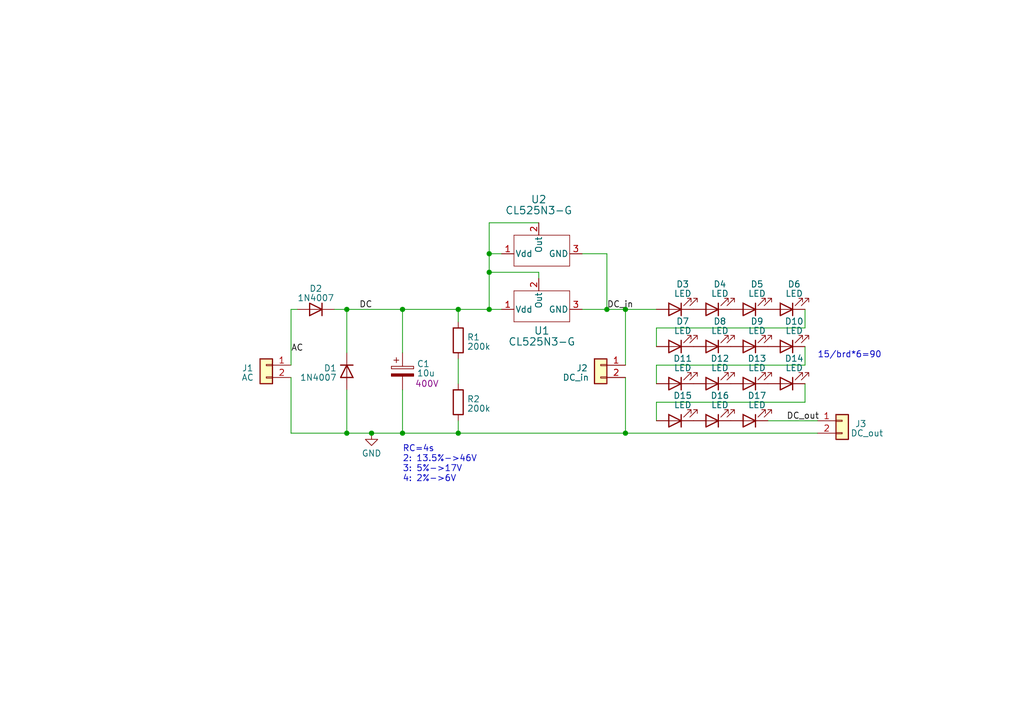
<source format=kicad_sch>
(kicad_sch (version 20230121) (generator eeschema)
  (paper "A5")
  (title_block (title "Series LED light") (rev "v0") (company "Xavier Bourlot"))
  (lib_symbols
    (symbol "CL525N3-G:CL525N3-G" (pin_names (offset 0.254))
      (property "Reference" "U" (at 0 18.034 0))
      (property "Value" "CL525N3-G" (at 0 15.494 0))
      (symbol "CL525N3-G_1_1"
        (polyline (pts (xy -2.54 -6.35) (xy 3.81 -6.35)) (stroke (width 0.127)))
        (polyline (pts (xy -2.54 5.08) (xy -2.54 -6.35)) (stroke (width 0.127)))
        (polyline (pts (xy 3.81 -6.35) (xy 3.81 5.08)) (stroke (width 0.127)))
        (polyline (pts (xy 3.81 5.08) (xy -2.54 5.08)) (stroke (width 0.127)))
        (pin input line (at 0 7.62 270) (length 2.54) (name "Vdd") (number "1"))
        (pin output line (at 6.35 0 180) (length 2.54) (name "Out") (number "2"))
        (pin input line (at 0 -8.89 90) (length 2.54) (name "GND") (number "3"))
      )
    )
    (symbol "Connector_Generic:Conn_01x02" (pin_names (offset 1.016) hide)
      (property "Reference" "J" (at 0 2.54 0))
      (property "Value" "Conn_01x02" (at 0 -5.08 0))
      (symbol "Conn_01x02_1_1"
        (rectangle (start -1.27 -2.413) (end 0 -2.667) (stroke (width 0.1524)))
        (rectangle (start -1.27 0.127) (end 0 -0.127) (stroke (width 0.1524)))
        (rectangle (start -1.27 1.27) (end 1.27 -3.81) (stroke (width 0.254)) (fill (type background)))
        (pin passive line (at -5.08 0 0) (length 3.81) (name "Pin_1") (number "1"))
        (pin passive line (at -5.08 -2.54 0) (length 3.81) (name "Pin_2") (number "2"))
      )
    )
    (symbol "Device:C_Polarized" (pin_numbers hide) (pin_names (offset 0.254))
      (property "Reference" "C" (at 0.635 2.54 0))
      (property "Value" "C_Polarized" (at 0.635 -2.54 0))
      (symbol "C_Polarized_0_1"
        (rectangle (start -2.286 0.508) (end 2.286 1.016))
        (polyline (pts (xy -1.778 2.286) (xy -0.762 2.286)))
        (polyline (pts (xy -1.27 2.794) (xy -1.27 1.778)))
        (rectangle (start 2.286 -0.508) (end -2.286 -1.016) (fill (type outline)))
      )
      (symbol "C_Polarized_1_1"
        (pin passive line (at 0 3.81 270) (length 2.794) (name "~") (number "1"))
        (pin passive line (at 0 -3.81 90) (length 2.794) (name "~") (number "2"))
      )
    )
    (symbol "Device:LED" (pin_numbers hide) (pin_names (offset 1.016) hide)
      (property "Reference" "D" (at 0 2.54 0))
      (property "Value" "LED" (at 0 -2.54 0))
      (symbol "LED_0_1"
        (polyline (pts (xy -1.27 -1.27) (xy -1.27 1.27)) (stroke (width 0.254)))
        (polyline (pts (xy -1.27 0) (xy 1.27 0)))
        (polyline (pts (xy 1.27 -1.27) (xy 1.27 1.27) (xy -1.27 0) (xy 1.27 -1.27)) (stroke (width 0.254)))
        (polyline (pts (xy -3.048 -0.762) (xy -4.572 -2.286) (xy -3.81 -2.286) (xy -4.572 -2.286) (xy -4.572 -1.524)))
        (polyline (pts (xy -1.778 -0.762) (xy -3.302 -2.286) (xy -2.54 -2.286) (xy -3.302 -2.286) (xy -3.302 -1.524)))
      )
      (symbol "LED_1_1"
        (pin passive line (at -3.81 0 0) (length 2.54) (name "K") (number "1"))
        (pin passive line (at 3.81 0 180) (length 2.54) (name "A") (number "2"))
      )
    )
    (symbol "Device:R" (pin_numbers hide) (pin_names (offset 0))
      (property "Reference" "R" (at 2.032 0 90))
      (property "Value" "R" (at 0 0 90))
      (symbol "R_0_1"
        (rectangle (start -1.016 -2.54) (end 1.016 2.54) (stroke (width 0.254)))
      )
      (symbol "R_1_1"
        (pin passive line (at 0 3.81 270) (length 1.27) (name "~") (number "1"))
        (pin passive line (at 0 -3.81 90) (length 1.27) (name "~") (number "2"))
      )
    )
    (symbol "Diode:1N4007" (pin_numbers hide) (pin_names hide)
      (property "Reference" "D" (at 0 2.54 0))
      (property "Value" "1N4007" (at 0 -2.54 0))
      (symbol "1N4007_0_1"
        (polyline (pts (xy -1.27 1.27) (xy -1.27 -1.27)) (stroke (width 0.254)))
        (polyline (pts (xy 1.27 0) (xy -1.27 0)))
        (polyline (pts (xy 1.27 1.27) (xy 1.27 -1.27) (xy -1.27 0) (xy 1.27 1.27)) (stroke (width 0.254)))
      )
      (symbol "1N4007_1_1"
        (pin passive line (at -3.81 0 0) (length 2.54) (name "K") (number "1"))
        (pin passive line (at 3.81 0 180) (length 2.54) (name "A") (number "2"))
      )
    )
    (symbol "power:GND" (power) (pin_names (offset 0))
      (property "Value" "GND" (at 0 -3.81 0))
      (symbol "GND_0_1"
        (polyline (pts (xy 0 0) (xy 0 -1.27) (xy 1.27 -1.27) (xy 0 -2.54) (xy -1.27 -1.27) (xy 0 -1.27)))
      )
      (symbol "GND_1_1"
        (pin power_in line (at 0 0 270) (length 0) hide (name "GND") (number "1"))
      )
    )
  )
  (junction (at 76.2 88.9))
  (junction (at 100.33 55.88))
  (junction (at 100.33 52.07))
  (junction (at 82.55 88.9))
  (junction (at 93.98 63.5))
  (junction (at 124.46 63.5))
  (junction (at 82.55 63.5))
  (junction (at 128.27 88.9))
  (junction (at 100.33 63.5))
  (junction (at 128.27 63.5))
  (junction (at 93.98 88.9))
  (junction (at 71.12 88.9))
  (junction (at 71.12 63.5))
  (wire (pts (xy 124.46 63.5) (xy 128.27 63.5)))
  (wire (pts (xy 82.55 88.9) (xy 93.98 88.9)))
  (wire (pts (xy 165.1 74.93) (xy 134.62 74.93)))
  (wire (pts (xy 110.49 57.15) (xy 110.49 55.88)))
  (wire (pts (xy 128.27 63.5) (xy 128.27 74.93)))
  (wire (pts (xy 110.49 55.88) (xy 100.33 55.88)))
  (wire (pts (xy 128.27 88.9) (xy 167.64 88.9)))
  (wire (pts (xy 165.1 82.55) (xy 134.62 82.55)))
  (wire (pts (xy 100.33 52.07) (xy 102.87 52.07)))
  (wire (pts (xy 93.98 78.74) (xy 93.98 73.66)))
  (wire (pts (xy 59.69 88.9) (xy 71.12 88.9)))
  (wire (pts (xy 134.62 67.31) (xy 134.62 71.12)))
  (wire (pts (xy 82.55 72.39) (xy 82.55 63.5)))
  (wire (pts (xy 100.33 45.72) (xy 100.33 52.07)))
  (wire (pts (xy 100.33 52.07) (xy 100.33 55.88)))
  (wire (pts (xy 82.55 63.5) (xy 93.98 63.5)))
  (wire (pts (xy 82.55 63.5) (xy 71.12 63.5)))
  (wire (pts (xy 76.2 88.9) (xy 71.12 88.9)))
  (wire (pts (xy 124.46 52.07) (xy 124.46 63.5)))
  (wire (pts (xy 68.58 63.5) (xy 71.12 63.5)))
  (wire (pts (xy 165.1 78.74) (xy 165.1 82.55)))
  (wire (pts (xy 82.55 88.9) (xy 76.2 88.9)))
  (wire (pts (xy 100.33 63.5) (xy 102.87 63.5)))
  (wire (pts (xy 165.1 67.31) (xy 134.62 67.31)))
  (wire (pts (xy 59.69 77.47) (xy 59.69 88.9)))
  (wire (pts (xy 128.27 88.9) (xy 93.98 88.9)))
  (wire (pts (xy 59.69 63.5) (xy 59.69 74.93)))
  (wire (pts (xy 110.49 45.72) (xy 100.33 45.72)))
  (wire (pts (xy 71.12 80.01) (xy 71.12 88.9)))
  (wire (pts (xy 119.38 52.07) (xy 124.46 52.07)))
  (wire (pts (xy 128.27 63.5) (xy 134.62 63.5)))
  (wire (pts (xy 157.48 86.36) (xy 167.64 86.36)))
  (wire (pts (xy 165.1 63.5) (xy 165.1 67.31)))
  (wire (pts (xy 128.27 77.47) (xy 128.27 88.9)))
  (wire (pts (xy 71.12 63.5) (xy 71.12 72.39)))
  (wire (pts (xy 165.1 71.12) (xy 165.1 74.93)))
  (wire (pts (xy 100.33 55.88) (xy 100.33 63.5)))
  (wire (pts (xy 119.38 63.5) (xy 124.46 63.5)))
  (wire (pts (xy 134.62 74.93) (xy 134.62 78.74)))
  (wire (pts (xy 134.62 82.55) (xy 134.62 86.36)))
  (wire (pts (xy 82.55 80.01) (xy 82.55 88.9)))
  (wire (pts (xy 93.98 63.5) (xy 93.98 66.04)))
  (wire (pts (xy 59.69 63.5) (xy 60.96 63.5)))
  (wire (pts (xy 93.98 86.36) (xy 93.98 88.9)))
  (wire (pts (xy 93.98 63.5) (xy 100.33 63.5)))
  (text "RC=4s\n2: 13.5%->46V\n3: 5%->17V\n4: 2%->6V" (at 82.55 99.06 0) (effects (font (size 1.27 1.27)) (justify left bottom)))
  (text "15/brd*6=90" (at 167.64 73.66 0) (effects (font (size 1.27 1.27)) (justify left bottom)))
  (label "DC_out" (at 161.29 86.36 0))
  (label "DC" (at 73.66 63.5 0))
  (label "AC" (at 59.69 72.39 0))
  (label "DC_in" (at 124.46 63.5 0))
  (symbol (lib_id "Device:R") (at 93.98 69.85 0) (unit 1)
    (property "Reference" "R1" (at 95.758 69.2063 0) (effects (justify left)))
    (property "Value" "200k" (at 95.758 71.1273 0) (effects (justify left)))
    (property "Footprint" "Resistor_SMD:R_0805_2012Metric" (effects hide))
  )
  (symbol (lib_id "Device:LED") (at 161.29 78.74 180) (unit 1)
    (property "Reference" "D14" (at 162.8775 73.5711 0))
    (property "Value" "LED" (at 162.8775 75.4921 0))
    (property "Footprint" "LED_SMD:LED_PLCC_2835" (effects hide))
  )
  (symbol (lib_id "Device:LED") (at 146.05 86.36 180) (unit 1)
    (property "Reference" "D16" (at 147.6375 81.1911 0))
    (property "Value" "LED" (at 147.6375 83.1121 0))
    (property "Footprint" "LED_SMD:LED_PLCC_2835" (effects hide))
  )
  (symbol (lib_id "Device:LED") (at 153.67 86.36 180) (unit 1)
    (property "Reference" "D17" (at 155.2575 81.1911 0))
    (property "Value" "LED" (at 155.2575 83.1121 0))
    (property "Footprint" "LED_SMD:LED_PLCC_2835" (effects hide))
  )
  (symbol (lib_id "Device:LED") (at 161.29 63.5 180) (unit 1)
    (property "Reference" "D6" (at 162.8775 58.3311 0))
    (property "Value" "LED" (at 162.8775 60.2521 0))
    (property "Footprint" "LED_SMD:LED_PLCC_2835" (effects hide))
  )
  (symbol (lib_id "CL525N3-G:CL525N3-G") (at 110.49 52.07 90) (unit 1)
    (property "Reference" "U2" (at 110.49 40.9258 90) (effects (font (size 1.524 1.524))))
    (property "Value" "CL525N3-G" (at 110.49 43.18 90) (effects (font (size 1.524 1.524))))
    (property "Footprint" "Package_TO_SOT_THT:TO-92" (effects hide))
  )
  (symbol (lib_id "Device:LED") (at 153.67 78.74 180) (unit 1)
    (property "Reference" "D13" (at 155.2575 73.5711 0))
    (property "Value" "LED" (at 155.2575 75.4921 0))
    (property "Footprint" "LED_SMD:LED_PLCC_2835" (effects hide))
  )
  (symbol (lib_id "Device:LED") (at 146.05 63.5 180) (unit 1)
    (property "Reference" "D4" (at 147.6375 58.3311 0))
    (property "Value" "LED" (at 147.6375 60.2521 0))
    (property "Footprint" "LED_SMD:LED_PLCC_2835" (effects hide))
  )
  (symbol (lib_id "Device:R") (at 93.98 82.55 180) (unit 1)
    (property "Reference" "R2" (at 95.758 81.9063 0) (effects (justify right)))
    (property "Value" "200k" (at 95.758 83.8273 0) (effects (justify right)))
    (property "Footprint" "Resistor_SMD:R_0805_2012Metric" (effects hide))
  )
  (symbol (lib_id "Device:LED") (at 161.29 71.12 180) (unit 1)
    (property "Reference" "D10" (at 162.8775 65.9511 0))
    (property "Value" "LED" (at 162.8775 67.8721 0))
    (property "Footprint" "LED_SMD:LED_PLCC_2835" (effects hide))
  )
  (symbol (lib_id "Diode:1N4007") (at 71.12 76.2 270) (unit 1)
    (property "Reference" "D1" (at 69.088 75.5563 90) (effects (justify right)))
    (property "Value" "1N4007" (at 69.088 77.4773 90) (effects (justify right)))
    (property "Footprint" "Diode_SMD:D_SMA" (effects hide))
    (property "Datasheet" "http://www.vishay.com/docs/88503/1n4001.pdf" (effects hide))
    (property "Sim.Device" "D" (effects hide))
    (property "Sim.Pins" "1=K 2=A" (effects hide))
  )
  (symbol (lib_id "Device:LED") (at 138.43 71.12 180) (unit 1)
    (property "Reference" "D7" (at 140.0175 65.9511 0))
    (property "Value" "LED" (at 140.0175 67.8721 0))
    (property "Footprint" "LED_SMD:LED_PLCC_2835" (effects hide))
  )
  (symbol (lib_id "Connector_Generic:Conn_01x02") (at 172.72 86.36 0) (unit 1)
    (property "Reference" "J3" (at 176.53 86.979 0))
    (property "Value" "DC_out" (at 177.8 88.9 0))
    (property "Footprint" "footprints:Board_chain_Conn" (effects hide))
  )
  (symbol (lib_id "Device:LED") (at 146.05 78.74 180) (unit 1)
    (property "Reference" "D12" (at 147.6375 73.5711 0))
    (property "Value" "LED" (at 147.6375 75.4921 0))
    (property "Footprint" "LED_SMD:LED_PLCC_2835" (effects hide))
  )
  (symbol (lib_id "Connector_Generic:Conn_01x02") (at 123.19 74.93 0) (mirror y) (unit 1)
    (property "Reference" "J2" (at 119.38 75.549 0))
    (property "Value" "DC_in" (at 118.11 77.47 0))
    (property "Footprint" "footprints:Board_chain_Conn" (effects hide))
  )
  (symbol (lib_id "Device:LED") (at 138.43 86.36 180) (unit 1)
    (property "Reference" "D15" (at 140.0175 81.1911 0))
    (property "Value" "LED" (at 140.0175 83.1121 0))
    (property "Footprint" "LED_SMD:LED_PLCC_2835" (effects hide))
  )
  (symbol (lib_id "Device:C_Polarized") (at 82.55 76.2 0) (unit 1)
    (property "Reference" "C1" (at 85.471 74.6673 0) (effects (justify left)))
    (property "Value" "10u" (at 85.471 76.5883 0) (effects (justify left)))
    (property "Footprint" "footprints:Board_edge_cap_P5mm_D10mm" (effects hide))
    (property "Voltage" "400V" (at 85.09 78.74 0) (effects (justify left)))
  )
  (symbol (lib_id "Connector_Generic:Conn_01x02") (at 54.61 74.93 0) (mirror y) (unit 1)
    (property "Reference" "J1" (at 50.8 75.549 0))
    (property "Value" "AC" (at 50.8 77.47 0))
    (property "Footprint" "TerminalBlock:TerminalBlock_bornier-2_P5.08mm" (effects hide))
  )
  (symbol (lib_id "Device:LED") (at 153.67 63.5 180) (unit 1)
    (property "Reference" "D5" (at 155.2575 58.3311 0))
    (property "Value" "LED" (at 155.2575 60.2521 0))
    (property "Footprint" "LED_SMD:LED_PLCC_2835" (effects hide))
  )
  (symbol (lib_id "Device:LED") (at 146.05 71.12 180) (unit 1)
    (property "Reference" "D8" (at 147.6375 65.9511 0))
    (property "Value" "LED" (at 147.6375 67.8721 0))
    (property "Footprint" "LED_SMD:LED_PLCC_2835" (effects hide))
  )
  (symbol (lib_id "Device:LED") (at 153.67 71.12 180) (unit 1)
    (property "Reference" "D9" (at 155.2575 65.9511 0))
    (property "Value" "LED" (at 155.2575 67.8721 0))
    (property "Footprint" "LED_SMD:LED_PLCC_2835" (effects hide))
  )
  (symbol (lib_id "Device:LED") (at 138.43 63.5 180) (unit 1)
    (property "Reference" "D3" (at 140.0175 58.3311 0))
    (property "Value" "LED" (at 140.0175 60.2521 0))
    (property "Footprint" "LED_SMD:LED_PLCC_2835" (effects hide))
  )
  (symbol (lib_id "power:GND") (at 76.2 88.9 0) (unit 1)
    (property "Reference" "#PWR01" (effects hide))
    (property "Value" "GND" (at 76.2 93.0355 0))
  )
  (symbol (lib_id "Diode:1N4007") (at 64.77 63.5 180) (unit 1)
    (property "Reference" "D2" (at 64.77 59.2201 0))
    (property "Value" "1N4007" (at 64.77 61.1411 0))
    (property "Footprint" "Diode_SMD:D_SMA" (effects hide))
    (property "Datasheet" "http://www.vishay.com/docs/88503/1n4001.pdf" (effects hide))
    (property "Sim.Device" "D" (effects hide))
    (property "Sim.Pins" "1=K 2=A" (effects hide))
  )
  (symbol (lib_id "Device:LED") (at 138.43 78.74 180) (unit 1)
    (property "Reference" "D11" (at 140.0175 73.5711 0))
    (property "Value" "LED" (at 140.0175 75.4921 0))
    (property "Footprint" "LED_SMD:LED_PLCC_2835" (effects hide))
  )
  (symbol (lib_id "CL525N3-G:CL525N3-G") (at 110.49 63.5 90) (unit 1)
    (property "Reference" "U1" (at 111.125 67.8656 90) (effects (font (size 1.524 1.524))))
    (property "Value" "CL525N3-G" (at 111.125 70.1198 90) (effects (font (size 1.524 1.524))))
    (property "Footprint" "Package_TO_SOT_THT:TO-92" (effects hide))
  )
)
</source>
